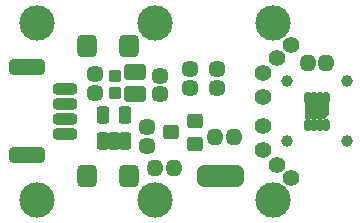
<source format=gbr>
%TF.GenerationSoftware,KiCad,Pcbnew,7.0.7-7.0.7~ubuntu23.04.1*%
%TF.CreationDate,2023-09-24T13:21:16+00:00*%
%TF.ProjectId,TFHT01,54464854-3031-42e6-9b69-6361645f7063,rev?*%
%TF.SameCoordinates,Original*%
%TF.FileFunction,Soldermask,Bot*%
%TF.FilePolarity,Negative*%
%FSLAX46Y46*%
G04 Gerber Fmt 4.6, Leading zero omitted, Abs format (unit mm)*
G04 Created by KiCad (PCBNEW 7.0.7-7.0.7~ubuntu23.04.1) date 2023-09-24 13:21:16*
%MOMM*%
%LPD*%
G01*
G04 APERTURE LIST*
G04 Aperture macros list*
%AMRoundRect*
0 Rectangle with rounded corners*
0 $1 Rounding radius*
0 $2 $3 $4 $5 $6 $7 $8 $9 X,Y pos of 4 corners*
0 Add a 4 corners polygon primitive as box body*
4,1,4,$2,$3,$4,$5,$6,$7,$8,$9,$2,$3,0*
0 Add four circle primitives for the rounded corners*
1,1,$1+$1,$2,$3*
1,1,$1+$1,$4,$5*
1,1,$1+$1,$6,$7*
1,1,$1+$1,$8,$9*
0 Add four rect primitives between the rounded corners*
20,1,$1+$1,$2,$3,$4,$5,0*
20,1,$1+$1,$4,$5,$6,$7,0*
20,1,$1+$1,$6,$7,$8,$9,0*
20,1,$1+$1,$8,$9,$2,$3,0*%
%AMFreePoly0*
4,1,40,0.636777,0.930194,0.706366,0.874698,0.744986,0.794504,0.750000,0.750000,0.750000,-0.750000,0.730194,-0.836777,0.674698,-0.906366,0.594504,-0.944986,0.550000,-0.950000,0.000000,-0.950000,-0.022297,-0.944911,-0.071157,-0.944911,-0.127504,-0.936810,-0.264055,-0.896715,-0.315837,-0.873066,-0.435559,-0.796125,-0.478580,-0.758847,-0.571777,-0.651292,-0.602554,-0.603402,-0.661673,-0.473948,
-0.677710,-0.419330,-0.697964,-0.278464,-0.700000,-0.250000,-0.700000,0.250000,-0.697964,0.278464,-0.677710,0.419330,-0.661673,0.473948,-0.602554,0.603402,-0.571777,0.651292,-0.478580,0.758847,-0.435559,0.796125,-0.315837,0.873066,-0.264055,0.896715,-0.127504,0.936810,-0.071157,0.944911,-0.044660,0.944911,-0.044504,0.944986,0.000000,0.950000,0.550000,0.950000,0.636777,0.930194,
0.636777,0.930194,$1*%
%AMFreePoly1*
4,1,40,0.022297,0.944911,0.071157,0.944911,0.127504,0.936810,0.264055,0.896715,0.315837,0.873066,0.435559,0.796125,0.478580,0.758847,0.571777,0.651292,0.602554,0.603402,0.661673,0.473948,0.677710,0.419330,0.697964,0.278464,0.700000,0.250000,0.700000,-0.250000,0.697964,-0.278464,0.677710,-0.419330,0.661673,-0.473948,0.602554,-0.603402,0.571777,-0.651292,0.478580,-0.758847,
0.435559,-0.796125,0.315837,-0.873066,0.264055,-0.896715,0.127504,-0.936810,0.071157,-0.944911,0.044660,-0.944911,0.044504,-0.944986,0.000000,-0.950000,-0.550000,-0.950000,-0.636777,-0.930194,-0.706366,-0.874698,-0.744986,-0.794504,-0.750000,-0.750000,-0.750000,0.750000,-0.730194,0.836777,-0.674698,0.906366,-0.594504,0.944986,-0.550000,0.950000,0.000000,0.950000,0.022297,0.944911,
0.022297,0.944911,$1*%
%AMFreePoly2*
4,1,22,0.586777,1.030194,0.656366,0.974698,0.694986,0.894504,0.700000,0.850000,0.700000,-0.850000,0.680194,-0.936777,0.624698,-1.006366,0.544504,-1.044986,0.500000,-1.050000,-0.200000,-1.050000,-0.286777,-1.030194,-0.341421,-0.991421,-0.641421,-0.691421,-0.688777,-0.616056,-0.700000,-0.550000,-0.700000,0.850000,-0.680194,0.936777,-0.624698,1.006366,-0.544504,1.044986,-0.500000,1.050000,
0.500000,1.050000,0.586777,1.030194,0.586777,1.030194,$1*%
G04 Aperture macros list end*
%ADD10C,1.400000*%
%ADD11C,3.000000*%
%ADD12FreePoly0,180.000000*%
%ADD13RoundRect,0.200000X0.500000X0.750000X-0.500000X0.750000X-0.500000X-0.750000X0.500000X-0.750000X0*%
%ADD14FreePoly1,180.000000*%
%ADD15RoundRect,0.366667X0.458333X0.583333X-0.458333X0.583333X-0.458333X-0.583333X0.458333X-0.583333X0*%
%ADD16RoundRect,0.366667X-0.458333X-0.583333X0.458333X-0.583333X0.458333X0.583333X-0.458333X0.583333X0*%
%ADD17RoundRect,0.418750X0.256250X-0.218750X0.256250X0.218750X-0.256250X0.218750X-0.256250X-0.218750X0*%
%ADD18RoundRect,0.200000X0.125000X-0.275000X0.125000X0.275000X-0.125000X0.275000X-0.125000X-0.275000X0*%
%ADD19RoundRect,0.200000X-0.125000X0.275000X-0.125000X-0.275000X0.125000X-0.275000X0.125000X0.275000X0*%
%ADD20FreePoly2,90.000000*%
%ADD21RoundRect,0.200000X-0.350000X0.300000X-0.350000X-0.300000X0.350000X-0.300000X0.350000X0.300000X0*%
%ADD22RoundRect,0.350000X0.700000X-0.150000X0.700000X0.150000X-0.700000X0.150000X-0.700000X-0.150000X0*%
%ADD23RoundRect,0.450000X1.100000X-0.250000X1.100000X0.250000X-1.100000X0.250000X-1.100000X-0.250000X0*%
%ADD24RoundRect,0.418750X0.218750X0.256250X-0.218750X0.256250X-0.218750X-0.256250X0.218750X-0.256250X0*%
%ADD25RoundRect,0.418750X-0.218750X-0.256250X0.218750X-0.256250X0.218750X0.256250X-0.218750X0.256250X0*%
%ADD26RoundRect,0.200000X0.450000X0.400000X-0.450000X0.400000X-0.450000X-0.400000X0.450000X-0.400000X0*%
%ADD27RoundRect,0.200000X0.698500X-0.444500X0.698500X0.444500X-0.698500X0.444500X-0.698500X-0.444500X0*%
%ADD28RoundRect,0.200000X0.325000X-0.530000X0.325000X0.530000X-0.325000X0.530000X-0.325000X-0.530000X0*%
%ADD29RoundRect,0.418750X-0.256250X0.218750X-0.256250X-0.218750X0.256250X-0.218750X0.256250X0.218750X0*%
%ADD30C,1.000000*%
G04 APERTURE END LIST*
D10*
%TO.C,H7*%
X24003000Y13131800D03*
%TD*%
D11*
%TO.C,M4*%
X12500000Y15000000D03*
%TD*%
D10*
%TO.C,H5*%
X21675000Y8750000D03*
%TD*%
D11*
%TO.C,M2*%
X12500000Y0D03*
%TD*%
D10*
%TO.C,H1*%
X21675000Y6250000D03*
%TD*%
%TO.C,H8*%
X24003000Y1868200D03*
%TD*%
%TO.C,H2*%
X21675000Y10750000D03*
%TD*%
D11*
%TO.C,M6*%
X2500000Y15000000D03*
%TD*%
%TO.C,M5*%
X22500000Y0D03*
%TD*%
D10*
%TO.C,H6*%
X22825000Y12028200D03*
%TD*%
D11*
%TO.C,M1*%
X22500000Y15000000D03*
%TD*%
%TO.C,M3*%
X2500000Y0D03*
%TD*%
D10*
%TO.C,H3*%
X22809200Y2971800D03*
%TD*%
%TO.C,H4*%
X21675000Y4250000D03*
%TD*%
D12*
%TO.C,JP1*%
X19334000Y2032000D03*
D13*
X18034000Y2032000D03*
D14*
X16734000Y2032000D03*
%TD*%
D15*
%TO.C,D2*%
X10300000Y13000000D03*
D16*
X6700000Y13000000D03*
%TD*%
D17*
%TO.C,C4*%
X11811000Y4572000D03*
X11811000Y6147000D03*
%TD*%
D18*
%TO.C,U1*%
X26950000Y6325000D03*
X26450000Y6325000D03*
X25950000Y6325000D03*
D19*
X25450000Y6325000D03*
D18*
X25450000Y8675000D03*
X25950000Y8675000D03*
X26450000Y8675000D03*
X26950000Y8675000D03*
D20*
X26200000Y7500000D03*
%TD*%
D21*
%TO.C,D1*%
X9071000Y9075000D03*
X9071000Y10475000D03*
%TD*%
D15*
%TO.C,D3*%
X10300000Y2000000D03*
D16*
X6700000Y2000000D03*
%TD*%
D22*
%TO.C,J1*%
X4847200Y5625000D03*
X4847200Y6875000D03*
X4847200Y8125000D03*
X4847200Y9375000D03*
D23*
X1647200Y3775000D03*
X1647200Y11225000D03*
%TD*%
D24*
%TO.C,R2*%
X19177000Y5334000D03*
X17602000Y5334000D03*
%TD*%
D25*
%TO.C,C5*%
X25412500Y11594000D03*
X26987500Y11594000D03*
%TD*%
D24*
%TO.C,R4*%
X14097000Y2667000D03*
X12522000Y2667000D03*
%TD*%
D17*
%TO.C,C1*%
X12896000Y8962500D03*
X12896000Y10537500D03*
%TD*%
D26*
%TO.C,Q1*%
X15859000Y6665000D03*
X15859000Y4765000D03*
X13859000Y5715000D03*
%TD*%
D27*
%TO.C,C3*%
X10821000Y8947500D03*
X10821000Y10852500D03*
%TD*%
D28*
%TO.C,U3*%
X9967000Y4996000D03*
X9017000Y4996000D03*
X8067000Y4996000D03*
X8067000Y7196000D03*
X9967000Y7196000D03*
%TD*%
D29*
%TO.C,R3*%
X17780000Y11074500D03*
X17780000Y9499500D03*
%TD*%
%TO.C,R10*%
X15494000Y11049000D03*
X15494000Y9474000D03*
%TD*%
D17*
%TO.C,R1*%
X7421000Y9062500D03*
X7421000Y10637500D03*
%TD*%
D30*
%TO.C,M7*%
X28750000Y4950000D03*
X28750000Y10050000D03*
X23650000Y4950000D03*
X23650000Y10050000D03*
%TD*%
M02*

</source>
